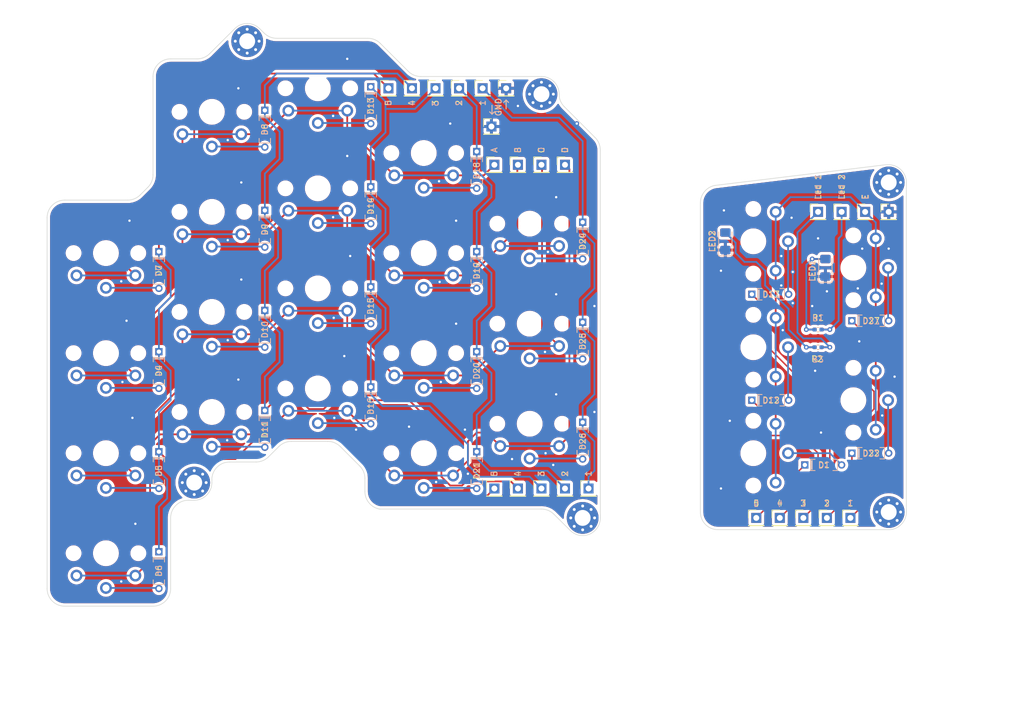
<source format=kicad_pcb>
(kicad_pcb (version 20211014) (generator pcbnew)

  (general
    (thickness 1.6)
  )

  (paper "A4")
  (layers
    (0 "F.Cu" signal)
    (31 "B.Cu" signal)
    (32 "B.Adhes" user "B.Adhesive")
    (33 "F.Adhes" user "F.Adhesive")
    (34 "B.Paste" user)
    (35 "F.Paste" user)
    (36 "B.SilkS" user "B.Silkscreen")
    (37 "F.SilkS" user "F.Silkscreen")
    (38 "B.Mask" user)
    (39 "F.Mask" user)
    (40 "Dwgs.User" user "User.Drawings")
    (41 "Cmts.User" user "User.Comments")
    (42 "Eco1.User" user "User.Eco1")
    (43 "Eco2.User" user "User.Eco2")
    (44 "Edge.Cuts" user)
    (45 "Margin" user)
    (46 "B.CrtYd" user "B.Courtyard")
    (47 "F.CrtYd" user "F.Courtyard")
    (48 "B.Fab" user)
    (49 "F.Fab" user)
    (50 "User.1" user)
    (51 "User.2" user)
    (52 "User.3" user)
    (53 "User.4" user)
    (54 "User.5" user)
    (55 "User.6" user)
    (56 "User.7" user)
    (57 "User.8" user)
    (58 "User.9" user)
  )

  (setup
    (stackup
      (layer "F.SilkS" (type "Top Silk Screen") (color "Black"))
      (layer "F.Paste" (type "Top Solder Paste"))
      (layer "F.Mask" (type "Top Solder Mask") (color "White") (thickness 0.01))
      (layer "F.Cu" (type "copper") (thickness 0.035))
      (layer "dielectric 1" (type "core") (thickness 1.51) (material "FR4") (epsilon_r 4.5) (loss_tangent 0.02))
      (layer "B.Cu" (type "copper") (thickness 0.035))
      (layer "B.Mask" (type "Bottom Solder Mask") (color "White") (thickness 0.01))
      (layer "B.Paste" (type "Bottom Solder Paste"))
      (layer "B.SilkS" (type "Bottom Silk Screen") (color "Black"))
      (copper_finish "None")
      (dielectric_constraints no)
    )
    (pad_to_mask_clearance 0)
    (pcbplotparams
      (layerselection 0x00010fc_ffffffff)
      (disableapertmacros false)
      (usegerberextensions false)
      (usegerberattributes true)
      (usegerberadvancedattributes true)
      (creategerberjobfile true)
      (svguseinch false)
      (svgprecision 6)
      (excludeedgelayer true)
      (plotframeref false)
      (viasonmask false)
      (mode 1)
      (useauxorigin false)
      (hpglpennumber 1)
      (hpglpenspeed 20)
      (hpglpendiameter 15.000000)
      (dxfpolygonmode true)
      (dxfimperialunits true)
      (dxfusepcbnewfont true)
      (psnegative false)
      (psa4output false)
      (plotreference true)
      (plotvalue true)
      (plotinvisibletext false)
      (sketchpadsonfab false)
      (subtractmaskfromsilk false)
      (outputformat 1)
      (mirror false)
      (drillshape 1)
      (scaleselection 1)
      (outputdirectory "")
    )
  )

  (net 0 "")
  (net 1 "GND")
  (net 2 "/LED1")
  (net 3 "Net-(D1-Pad2)")
  (net 4 "/LED2")
  (net 5 "/5")
  (net 6 "Net-(D4-Pad2)")
  (net 7 "Net-(D5-Pad2)")
  (net 8 "Net-(D6-Pad2)")
  (net 9 "/4")
  (net 10 "Net-(D8-Pad2)")
  (net 11 "Net-(D9-Pad2)")
  (net 12 "Net-(D10-Pad2)")
  (net 13 "Net-(D11-Pad2)")
  (net 14 "Net-(D12-Pad2)")
  (net 15 "/3")
  (net 16 "Net-(D13-Pad2)")
  (net 17 "Net-(D14-Pad2)")
  (net 18 "Net-(D15-Pad2)")
  (net 19 "Net-(D16-Pad2)")
  (net 20 "Net-(D17-Pad2)")
  (net 21 "/2")
  (net 22 "Net-(D18-Pad2)")
  (net 23 "Net-(D19-Pad2)")
  (net 24 "Net-(D20-Pad2)")
  (net 25 "Net-(D21-Pad2)")
  (net 26 "Net-(D22-Pad2)")
  (net 27 "/1")
  (net 28 "Net-(D24-Pad2)")
  (net 29 "Net-(D25-Pad2)")
  (net 30 "Net-(D26-Pad2)")
  (net 31 "Net-(D27-Pad2)")
  (net 32 "Net-(D2-Pad2)")
  (net 33 "Net-(D3-Pad2)")
  (net 34 "Net-(D7-Pad2)")
  (net 35 "/B")
  (net 36 "/C")
  (net 37 "/D")
  (net 38 "/A")
  (net 39 "/E")

  (footprint "resist_the:DIOAD829W49L456D191" (layer "F.Cu") (at 101 41 -90))

  (footprint "LED_SMD:LED_1206_3216Metric_Pad1.42x1.75mm_HandSolder" (layer "F.Cu") (at 196.25 64.5 90))

  (footprint "resist_the:DIOAD829W49L456D191" (layer "F.Cu") (at 187 69))

  (footprint "mbk:Choc-1u-solder-flip" (layer "F.Cu") (at 184 60 90))

  (footprint "MountingHole:MountingHole_2.7mm_M2.5_Pad_Via" (layer "F.Cu") (at 155 107))

  (footprint "Connector_PinHeader_2.54mm:PinHeader_1x01_P2.54mm_Vertical" (layer "F.Cu") (at 152 102))

  (footprint "mbk:Choc-1u-solder-flip" (layer "F.Cu") (at 74 96))

  (footprint "resist_the:DIOAD829W49L456D191" (layer "F.Cu") (at 83 116 -90))

  (footprint "mbk:Choc-1u-solder-flip" (layer "F.Cu") (at 184 96 90))

  (footprint "Connector_PinHeader_2.54mm:PinHeader_1x01_P2.54mm_Vertical" (layer "F.Cu") (at 142 34))

  (footprint "mbk:Choc-1u-solder-flip" (layer "F.Cu") (at 128 62))

  (footprint "Connector_PinHeader_2.54mm:PinHeader_1x01_P2.54mm_Vertical" (layer "F.Cu") (at 122 34))

  (footprint "mbk:Choc-1u-solder-flip" (layer "F.Cu") (at 201 64.5 90))

  (footprint "Connector_PinHeader_2.54mm:PinHeader_1x01_P2.54mm_Vertical" (layer "F.Cu") (at 144 47))

  (footprint "mbk:Choc-1u-solder-flip" (layer "F.Cu") (at 92 89))

  (footprint "mbk:Choc-1u-solder-flip" (layer "F.Cu") (at 146 74))

  (footprint "mbk:Choc-1u-solder-flip" (layer "F.Cu") (at 128 45))

  (footprint "Resistor_SMD:R_0402_1005Metric_Pad0.72x0.64mm_HandSolder" (layer "F.Cu") (at 195 75))

  (footprint "resist_the:DIOAD829W49L456D191" (layer "F.Cu") (at 101 92 -90))

  (footprint "mbk:Choc-1u-solder-flip" (layer "F.Cu") (at 184 78 90))

  (footprint "Connector_PinHeader_2.54mm:PinHeader_1x01_P2.54mm_Vertical" (layer "F.Cu") (at 203 55))

  (footprint "mbk:Choc-1u-solder-flip" (layer "F.Cu") (at 128 79))

  (footprint "mbk:Choc-1u-solder-flip" (layer "F.Cu") (at 128 96))

  (footprint "resist_the:DIOAD829W49L456D191" (layer "F.Cu") (at 137 65 -90))

  (footprint "MountingHole:MountingHole_2.7mm_M2.5_Pad_Via" (layer "F.Cu") (at 148 35))

  (footprint "resist_the:DIOAD829W49L456D191" (layer "F.Cu") (at 119 71 -90))

  (footprint "mbk:Choc-1u-solder-flip" (layer "F.Cu") (at 92 55))

  (footprint "Connector_PinHeader_2.54mm:PinHeader_1x01_P2.54mm_Vertical" (layer "F.Cu") (at 188.5 107))

  (footprint "resist_the:DIOAD829W49L456D191" (layer "F.Cu") (at 101 75 -90))

  (footprint "Resistor_SMD:R_0402_1005Metric_Pad0.72x0.64mm_HandSolder" (layer "F.Cu") (at 195 78))

  (footprint "Connector_PinHeader_2.54mm:PinHeader_1x01_P2.54mm_Vertical" (layer "F.Cu") (at 156 102))

  (footprint "resist_the:DIOAD829W49L456D191" (layer "F.Cu") (at 119 88 -90))

  (footprint "Connector_PinHeader_2.54mm:PinHeader_1x01_P2.54mm_Vertical" (layer "F.Cu") (at 207 55))

  (footprint "mbk:Choc-1u-solder-flip" (layer "F.Cu") (at 74 62))

  (footprint "Connector_PinHeader_2.54mm:PinHeader_1x01_P2.54mm_Vertical" (layer "F.Cu") (at 140 47))

  (footprint "Connector_PinHeader_2.54mm:PinHeader_1x01_P2.54mm_Vertical" (layer "F.Cu") (at 192.5 107))

  (footprint "Connector_PinHeader_2.54mm:PinHeader_1x01_P2.54mm_Vertical" (layer "F.Cu") (at 148 47))

  (footprint "MountingHole:MountingHole_2.7mm_M2.5_Pad_Via" (layer "F.Cu") (at 89 101))

  (footprint "Connector_PinHeader_2.54mm:PinHeader_1x01_P2.54mm_Vertical" (layer "F.Cu") (at 184.5 107))

  (footprint "resist_the:DIOAD829W49L456D191" (layer "F.Cu") (at 101 58 -90))

  (footprint "Connector_PinHeader_2.54mm:PinHeader_1x01_P2.54mm_Vertical" (layer "F.Cu") (at 144 102))

  (footprint "Connector_PinHeader_2.54mm:PinHeader_1x01_P2.54mm_Vertical" (layer "F.Cu") (at 152 47))

  (footprint "LED_SMD:LED_1206_3216Metric_Pad1.42x1.75mm_HandSolder" (layer "F.Cu") (at 179.25 60 90))

  (footprint "Connector_PinHeader_2.54mm:PinHeader_1x01_P2.54mm_Vertical" (layer "F.Cu") (at 195 55))

  (footprint "MountingHole:MountingHole_2.7mm_M2.5_Pad_Via" (layer "F.Cu") (at 98 26))

  (footprint "Connector_PinHeader_2.54mm:PinHeader_1x01_P2.54mm_Vertical" (layer "F.Cu") (at 134 34))

  (footprint "resist_the:DIOAD829W49L456D191" (layer "F.Cu")
    (tedit 6235BD20) (tstamp 8756ef4a-f334-4463-b0fd-f2cdab3eb8d3)
    (at 155 60 -90)
    (property "Sheetfile" "matrix.kicad_sch")
    (property "Sheetname" "matrix")
    (path "/d50b0a40-1202-42dd-99f0-7359331afb7e/bbe5b37d-53f3-44a4-8109-e264d12c5ac8")
    (attr through_hole)
    (fp_text reference "D24" (at 0 0 -90) (layer "F.SilkS")
      (effects (font (size 1.000102 1.000102) (thickness 0.15)))
      (tstamp 4d207172-3ac6-4420-b693-e88ffcecc4ed)
    )
    (fp_text value "~" (at 0 2 -90) (layer "F.Fab")
      (effects (font (size 1.001921 1.001921) (thickness 0.15)))
      (tstamp 22b1ef47-208c-40ca-8276-46ea24f469d9)
    )
    (fp_text user "${REFERENCE}" (at 0 0 90 unlocked) (layer "B.SilkS")
      (effects (font (size 1.000102 1.000102) (thickness 0.15)) (justify mirror))
      (tstamp 2b79d1a2-e9ee-4b6f-9bdf-924bf75ab11e)
    )
    (fp_line (start -2.28 0) (end -2.28 0.96) (layer "B.SilkS") (width 0.127) (tstamp 0b272770-d3e4-4c29-8f94-696995bd2db5))
    (fp_line (start 2.28 0.96) (end 1.52 0.96) (layer "B.SilkS") (width 0.127) (tstamp 214a01e5-79a8-4842-ab4a-e72a84777062))
    (fp_line (start 2.28 -0.96) (end 1.52 -0.96) (layer "B.SilkS") (width 0.127) (tstamp 29a5cb75-1ed8-4471-af5d-bb089097c1ed))
    (fp_line (start -2.28 -0.95) (end -2.28 0) (layer "B.SilkS") (width 0.127) (tstamp 66e7053c-d45a-461f-9ab3-cd0e342ae774))
    (fp_line (start -2 -0.75) (end -2 0.75) (layer "B.SilkS") (width 0.12) (tstamp 7eecec70-0c6e-4787-a782-dba46545dc07))
    (fp_line (start 2.28 0) (end 2.28 0.95) (layer "B.SilkS") (width 0.127) (tstamp b26d723b-a5bd-441e-97ab-862f94573403))
    (fp_line (start -1.52 0.96) (end -2.28 0.96) (layer "B.SilkS") (width 0.127) (tstamp bc979e79-7384-4822-8612-c69819e5ce8c))
    (fp_line (start 2.28 -0.96) (end 2.28 0) (layer "B.SilkS") (width 0.127) (tstamp eabc0e6c-7c0d-469b-abb1-defd61a499a5))
    (fp_line (start -1.52 -0.96) (end -2.28 -0.96) (layer "B.SilkS") (width 0.127) (tstamp ecd107f2-1232-46c5-9667-4f3da78c9bb1))
    (fp_line (start 2.28 0) (end 2.28 0.96) (layer "F.SilkS") (width 0.127) (tstamp 2cb3cdc9-10d1-4f21-9bf5-7447f55fda6f))
    (fp_line (start -2.28 0) (end -2.28 0.95) (layer "F.SilkS") (width 0.127) (tstamp 3b14a06c-e2a1-4b31-a484-8705a006a3c0))
    (fp_line (start -2.28 0.96) (end -1.52 0.96) (layer "F.SilkS") (width 0.127) (tstamp 719c27e0-8d4b-4c99-969e-1139a8201d38))
    (fp_line (start -2.28 -0.96) (end -2.28 0) (layer "F.SilkS") (width 0.127) (tstamp a331631f-f25f-4c4f-b331-452455f0ee01))
    (fp_line (start 2.28 -0.95) (end 2.28 0) (layer "F.SilkS") (width 0.127) (tstamp ac7188e2-6ce7-4b9a-8031-17d6a8bdc5d1))
    (fp_line (start -2 -0.75) (end -2 0.75) (layer "F.SilkS") (width 0.12) (tstamp b8cb6472-9984-4828-8e3c-bfc883982a38))
    (fp_line (start 1.52 0.96) (end 2.28 0.96) (layer "F.SilkS") (width 0.127) (tstamp c8e0d95d-9339-4059-9ce6-50426f733b2f))
    (fp_line (start -2.28 -0.96) (end -1.52 -0.96) (layer "F.SilkS") (width 0.127) (tstamp f55874a2-daa1-4b98-9053-59158416ec60))
    (fp_line (start 1.52 -0.96) (end 2.28 -0.96) (layer "F.SilkS") (width 0.127) (tstamp f8627872-75f7-4065-9e70-a07ac63d25eb))
    (fp_line (start 2.53 1) (end 2.53 0.815) (layer "F.CrtYd") (width 0.05) (tstamp 1a16a289-5ed7-4ac9-8b79-314fe69dd432))
    (fp_line (start -2.53 0.815) (end -4 0.815) (layer "F.CrtYd") (width 0.05) (tstamp 222be69a-9ca3-4dfc-8e5a-cbc3f6458fa9))
    (fp_line (start 2.53 -1) (end 2.53 -0.815) (layer "F.CrtYd") (width 0.05) (tstamp 3b9793b0-df2c-41f9-a265-72dfb5610a29))
    (fp_line (start -2.53 -1) (end 2.53 -1) (layer "F.CrtYd")
... [1936399 chars truncated]
</source>
